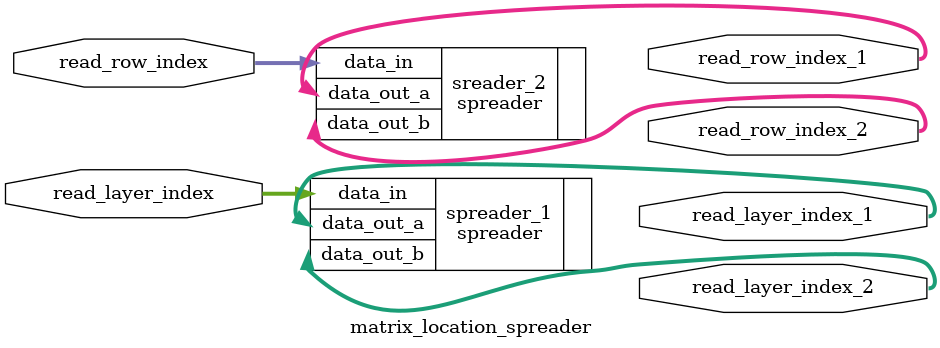
<source format=sv>
module matrix_location_spreader (
    read_layer_index,
    read_row_index,    
    read_layer_index_1,
    read_row_index_1,    
    read_layer_index_2,
    read_row_index_2
);
    parameter layer_index_size = 32;
    parameter row_index_size = 32;

    input [layer_index_size - 1:0] read_layer_index;
    input [row_index_size - 1:0] read_row_index;

    output [layer_index_size - 1:0] read_layer_index_1;
    output [row_index_size - 1:0] read_row_index_1;
    output [layer_index_size - 1:0] read_layer_index_2;
    output [row_index_size - 1:0] read_row_index_2;

    spreader #( .size(layer_index_size) ) spreader_1 (.data_in(read_layer_index), .data_out_a(read_layer_index_1), .data_out_b(read_layer_index_2));

    spreader #( .size(row_index_size) ) sreader_2 (.data_in(read_row_index), .data_out_a(read_row_index_1), .data_out_b(read_row_index_2));
endmodule
</source>
